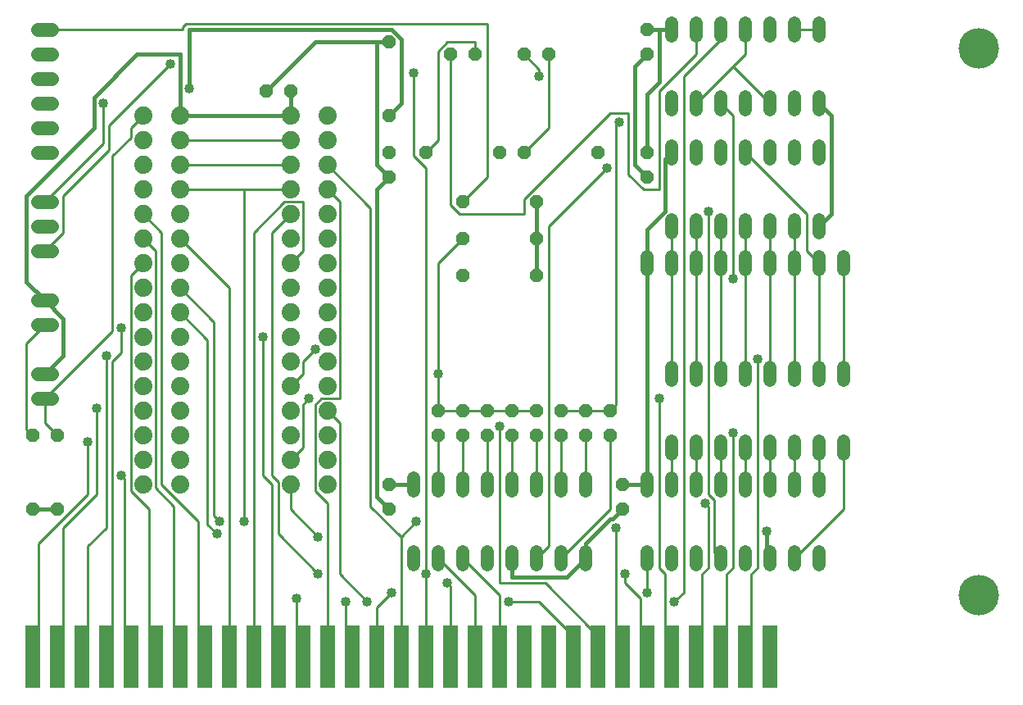
<source format=gtl>
G75*
%MOIN*%
%OFA0B0*%
%FSLAX24Y24*%
%IPPOS*%
%LPD*%
%AMOC8*
5,1,8,0,0,1.08239X$1,22.5*
%
%ADD10R,0.0600X0.2550*%
%ADD11OC8,0.0520*%
%ADD12C,0.1650*%
%ADD13C,0.0740*%
%ADD14C,0.0520*%
%ADD15OC8,0.0560*%
%ADD16C,0.0560*%
%ADD17C,0.0100*%
%ADD18C,0.0400*%
%ADD19C,0.0160*%
D10*
X002180Y001900D03*
X003180Y001900D03*
X004180Y001900D03*
X005180Y001900D03*
X006180Y001900D03*
X007180Y001900D03*
X008180Y001900D03*
X009180Y001900D03*
X010180Y001900D03*
X011180Y001900D03*
X012180Y001900D03*
X013180Y001900D03*
X014180Y001900D03*
X015180Y001900D03*
X016180Y001900D03*
X017180Y001900D03*
X018180Y001900D03*
X019180Y001900D03*
X020180Y001900D03*
X021180Y001900D03*
X022180Y001900D03*
X023180Y001900D03*
X024180Y001900D03*
X025180Y001900D03*
X026180Y001900D03*
X027180Y001900D03*
X028180Y001900D03*
X029180Y001900D03*
X030180Y001900D03*
X031180Y001900D03*
X032180Y001900D03*
D11*
X026180Y007900D03*
X026180Y008900D03*
X016680Y008900D03*
X016680Y007900D03*
X019680Y017400D03*
X019680Y018900D03*
X019680Y020400D03*
X018180Y022400D03*
X016680Y022400D03*
X016680Y021400D03*
X016680Y023900D03*
X019180Y026400D03*
X020180Y026400D03*
X022180Y026400D03*
X023180Y026400D03*
X027180Y026400D03*
X027180Y027400D03*
X027180Y022400D03*
X027180Y021400D03*
X025180Y022400D03*
X022680Y020400D03*
X022680Y018900D03*
X022680Y017400D03*
X022180Y022400D03*
X021180Y022400D03*
X016680Y026900D03*
X012680Y024900D03*
X011680Y024900D03*
X003180Y010900D03*
X002180Y010900D03*
X002180Y007900D03*
X003180Y007900D03*
D12*
X040680Y004400D03*
X040680Y026650D03*
D13*
X014180Y023900D03*
X014180Y022900D03*
X014180Y021900D03*
X014180Y020900D03*
X014180Y019900D03*
X014180Y018900D03*
X014180Y017900D03*
X014180Y016900D03*
X014180Y015900D03*
X014180Y014900D03*
X014180Y013900D03*
X014180Y012900D03*
X014180Y011900D03*
X014180Y010900D03*
X014180Y009900D03*
X014180Y008900D03*
X012680Y008900D03*
X012680Y009900D03*
X012680Y010900D03*
X012680Y011900D03*
X012680Y012900D03*
X012680Y013900D03*
X012680Y014900D03*
X012680Y015900D03*
X012680Y016900D03*
X012680Y017900D03*
X012680Y018900D03*
X012680Y019900D03*
X012680Y020900D03*
X012680Y021900D03*
X012680Y022900D03*
X012680Y023900D03*
X008180Y023900D03*
X008180Y022900D03*
X008180Y021900D03*
X008180Y020900D03*
X008180Y019900D03*
X008180Y018900D03*
X008180Y017900D03*
X008180Y016900D03*
X008180Y015900D03*
X008180Y014900D03*
X008180Y013900D03*
X008180Y012900D03*
X008180Y011900D03*
X008180Y010900D03*
X008180Y009900D03*
X008180Y008900D03*
X006680Y008900D03*
X006680Y009900D03*
X006680Y010900D03*
X006680Y011900D03*
X006680Y012900D03*
X006680Y013900D03*
X006680Y014900D03*
X006680Y015900D03*
X006680Y016900D03*
X006680Y017900D03*
X006680Y018900D03*
X006680Y019900D03*
X006680Y020900D03*
X006680Y021900D03*
X006680Y022900D03*
X006680Y023900D03*
D14*
X017680Y009160D02*
X017680Y008640D01*
X018680Y008640D02*
X018680Y009160D01*
X019680Y009160D02*
X019680Y008640D01*
X020680Y008640D02*
X020680Y009160D01*
X021680Y009160D02*
X021680Y008640D01*
X022680Y008640D02*
X022680Y009160D01*
X023680Y009160D02*
X023680Y008640D01*
X024680Y008640D02*
X024680Y009160D01*
X027180Y009160D02*
X027180Y008640D01*
X028180Y008640D02*
X028180Y009160D01*
X028180Y010140D02*
X028180Y010660D01*
X029180Y010660D02*
X029180Y010140D01*
X030180Y010140D02*
X030180Y010660D01*
X031180Y010660D02*
X031180Y010140D01*
X031180Y009160D02*
X031180Y008640D01*
X030180Y008640D02*
X030180Y009160D01*
X029180Y009160D02*
X029180Y008640D01*
X029180Y006160D02*
X029180Y005640D01*
X030180Y005640D02*
X030180Y006160D01*
X031180Y006160D02*
X031180Y005640D01*
X032180Y005640D02*
X032180Y006160D01*
X033180Y006160D02*
X033180Y005640D01*
X034180Y005640D02*
X034180Y006160D01*
X034180Y008640D02*
X034180Y009160D01*
X033180Y009160D02*
X033180Y008640D01*
X032180Y008640D02*
X032180Y009160D01*
X032180Y010140D02*
X032180Y010660D01*
X033180Y010660D02*
X033180Y010140D01*
X034180Y010140D02*
X034180Y010660D01*
X035180Y010660D02*
X035180Y010140D01*
X035180Y013140D02*
X035180Y013660D01*
X034180Y013660D02*
X034180Y013140D01*
X033180Y013140D02*
X033180Y013660D01*
X032180Y013660D02*
X032180Y013140D01*
X031180Y013140D02*
X031180Y013660D01*
X030180Y013660D02*
X030180Y013140D01*
X029180Y013140D02*
X029180Y013660D01*
X028180Y013660D02*
X028180Y013140D01*
X028180Y017640D02*
X028180Y018160D01*
X027180Y018160D02*
X027180Y017640D01*
X028180Y019140D02*
X028180Y019660D01*
X029180Y019660D02*
X029180Y019140D01*
X030180Y019140D02*
X030180Y019660D01*
X031180Y019660D02*
X031180Y019140D01*
X031180Y018160D02*
X031180Y017640D01*
X030180Y017640D02*
X030180Y018160D01*
X029180Y018160D02*
X029180Y017640D01*
X032180Y017640D02*
X032180Y018160D01*
X033180Y018160D02*
X033180Y017640D01*
X034180Y017640D02*
X034180Y018160D01*
X034180Y019140D02*
X034180Y019660D01*
X033180Y019660D02*
X033180Y019140D01*
X032180Y019140D02*
X032180Y019660D01*
X032180Y022140D02*
X032180Y022660D01*
X033180Y022660D02*
X033180Y022140D01*
X034180Y022140D02*
X034180Y022660D01*
X034180Y024140D02*
X034180Y024660D01*
X033180Y024660D02*
X033180Y024140D01*
X032180Y024140D02*
X032180Y024660D01*
X031180Y024660D02*
X031180Y024140D01*
X030180Y024140D02*
X030180Y024660D01*
X029180Y024660D02*
X029180Y024140D01*
X028180Y024140D02*
X028180Y024660D01*
X028180Y022660D02*
X028180Y022140D01*
X029180Y022140D02*
X029180Y022660D01*
X030180Y022660D02*
X030180Y022140D01*
X031180Y022140D02*
X031180Y022660D01*
X031180Y027140D02*
X031180Y027660D01*
X030180Y027660D02*
X030180Y027140D01*
X029180Y027140D02*
X029180Y027660D01*
X028180Y027660D02*
X028180Y027140D01*
X032180Y027140D02*
X032180Y027660D01*
X033180Y027660D02*
X033180Y027140D01*
X034180Y027140D02*
X034180Y027660D01*
X035180Y018160D02*
X035180Y017640D01*
X028180Y006160D02*
X028180Y005640D01*
X027180Y005640D02*
X027180Y006160D01*
X024680Y006160D02*
X024680Y005640D01*
X023680Y005640D02*
X023680Y006160D01*
X022680Y006160D02*
X022680Y005640D01*
X021680Y005640D02*
X021680Y006160D01*
X020680Y006160D02*
X020680Y005640D01*
X019680Y005640D02*
X019680Y006160D01*
X018680Y006160D02*
X018680Y005640D01*
X017680Y005640D02*
X017680Y006160D01*
D15*
X018680Y010900D03*
X019680Y010900D03*
X019680Y011900D03*
X018680Y011900D03*
X020680Y011900D03*
X021680Y011900D03*
X022680Y011900D03*
X022680Y010900D03*
X021680Y010900D03*
X020680Y010900D03*
X023680Y010900D03*
X024680Y010900D03*
X025680Y010900D03*
X025680Y011900D03*
X024680Y011900D03*
X023680Y011900D03*
D16*
X002960Y012400D02*
X002400Y012400D01*
X002400Y013400D02*
X002960Y013400D01*
X002960Y015400D02*
X002400Y015400D01*
X002400Y016400D02*
X002960Y016400D01*
X002960Y018400D02*
X002400Y018400D01*
X002400Y019400D02*
X002960Y019400D01*
X002960Y020400D02*
X002400Y020400D01*
X002400Y022400D02*
X002960Y022400D01*
X002960Y023400D02*
X002400Y023400D01*
X002400Y024400D02*
X002960Y024400D01*
X002960Y025400D02*
X002400Y025400D01*
X002400Y026400D02*
X002960Y026400D01*
X002960Y027400D02*
X002400Y027400D01*
D17*
X002680Y027400D02*
X008305Y027400D01*
X008305Y027525D01*
X008430Y027650D01*
X020680Y027650D01*
X020680Y021400D01*
X019680Y020400D01*
X019555Y019900D02*
X022180Y019900D01*
X022180Y020525D01*
X025680Y024025D01*
X026430Y024025D01*
X026430Y021525D01*
X027055Y020900D01*
X027680Y020900D01*
X027680Y024900D01*
X029180Y026400D01*
X029180Y027400D01*
X030180Y027400D02*
X030180Y027025D01*
X028680Y025525D01*
X028680Y004525D01*
X028305Y004150D01*
X027930Y005275D02*
X027680Y005525D01*
X027680Y012400D01*
X028180Y013400D02*
X028180Y017900D01*
X028180Y019400D01*
X029180Y019400D02*
X029180Y017900D01*
X029180Y013400D01*
X030180Y013400D02*
X030180Y017900D01*
X030180Y019400D01*
X029680Y020025D02*
X029680Y008525D01*
X029930Y008275D01*
X029930Y006150D01*
X030180Y005900D01*
X029680Y005525D02*
X029680Y008025D01*
X029555Y008150D01*
X029180Y008900D02*
X029180Y010400D01*
X030180Y010400D02*
X030180Y008900D01*
X031180Y008900D02*
X031180Y010400D01*
X030680Y011025D02*
X030680Y005525D01*
X030430Y005275D01*
X030430Y002150D01*
X030180Y001900D01*
X029430Y002150D02*
X029180Y001900D01*
X029430Y002150D02*
X029430Y005275D01*
X029680Y005525D01*
X027930Y005275D02*
X027930Y002150D01*
X028180Y001900D01*
X027180Y001900D02*
X026930Y002150D01*
X026930Y004275D01*
X026305Y004900D01*
X026305Y005275D01*
X027180Y005900D02*
X027180Y004525D01*
X024930Y003025D02*
X023055Y004900D01*
X021180Y004900D01*
X021180Y011275D01*
X020680Y010900D02*
X020680Y008900D01*
X021680Y008900D02*
X021680Y010900D01*
X022680Y010900D02*
X022680Y008900D01*
X023680Y008900D02*
X023680Y010900D01*
X024680Y010900D02*
X024680Y008900D01*
X025680Y007900D02*
X025680Y010900D01*
X025680Y011900D02*
X024680Y011900D01*
X023680Y011900D01*
X022680Y011900D02*
X021680Y011900D01*
X020680Y011900D01*
X019680Y011900D01*
X018680Y011900D01*
X018680Y013400D01*
X018680Y017900D01*
X019680Y018900D01*
X019555Y019900D02*
X019180Y020275D01*
X019180Y026400D01*
X019055Y026900D02*
X018680Y026525D01*
X018680Y022900D01*
X018180Y022400D01*
X017680Y022275D02*
X017680Y025650D01*
X019055Y026900D02*
X020180Y026900D01*
X020180Y026400D01*
X022180Y026400D02*
X022805Y025775D01*
X022805Y025525D01*
X023180Y026400D02*
X023180Y023400D01*
X022180Y022400D01*
X023180Y019400D02*
X025555Y021775D01*
X025930Y023525D02*
X025930Y012150D01*
X025680Y011900D01*
X028180Y010400D02*
X028180Y008900D01*
X025930Y007150D02*
X025930Y002150D01*
X026180Y001900D01*
X025180Y001900D02*
X024930Y002150D01*
X024930Y003025D01*
X023930Y003025D02*
X023930Y002150D01*
X024180Y001900D01*
X023930Y003025D02*
X022805Y004150D01*
X021555Y004150D01*
X021180Y004400D02*
X021180Y001900D01*
X020180Y001900D02*
X020180Y004400D01*
X018680Y005900D01*
X018180Y005275D02*
X018180Y021775D01*
X017680Y022275D01*
X015930Y020150D02*
X015930Y008025D01*
X017180Y006775D01*
X017180Y001900D01*
X018180Y001900D02*
X018180Y005275D01*
X019055Y004900D02*
X019180Y004775D01*
X019180Y001900D01*
X016180Y001900D02*
X016180Y003900D01*
X016805Y004525D01*
X015805Y004150D02*
X014680Y005275D01*
X014680Y011400D01*
X014180Y011900D01*
X013930Y012400D02*
X014680Y012400D01*
X014680Y020400D01*
X014180Y020900D01*
X014180Y021900D02*
X015930Y020150D01*
X013180Y020400D02*
X013180Y018400D01*
X012680Y017900D01*
X011930Y019150D02*
X012680Y019900D01*
X012430Y020400D02*
X013180Y020400D01*
X012430Y020400D02*
X011180Y019150D01*
X011180Y001900D01*
X011930Y002150D02*
X011930Y008900D01*
X011555Y009275D01*
X011555Y014900D01*
X013180Y013900D02*
X013180Y013400D01*
X012680Y012900D01*
X013180Y012150D02*
X013180Y010400D01*
X012680Y009900D01*
X011930Y009275D02*
X011930Y019150D01*
X012680Y020900D02*
X010805Y020900D01*
X010805Y007400D01*
X009805Y007400D02*
X009555Y007650D01*
X009555Y015525D01*
X008180Y016900D01*
X008180Y015900D02*
X009305Y014775D01*
X009305Y007275D01*
X009680Y006900D01*
X008930Y007400D02*
X007430Y008900D01*
X007430Y019150D01*
X006680Y019900D01*
X006680Y018900D02*
X007180Y018400D01*
X007180Y008775D01*
X007930Y008025D01*
X007930Y002150D01*
X008180Y001900D01*
X008930Y002150D02*
X008930Y007400D01*
X006930Y007900D02*
X006180Y008650D01*
X006180Y017400D01*
X006680Y017900D01*
X008180Y018900D02*
X010180Y016900D01*
X010180Y001900D01*
X009180Y001900D02*
X008930Y002150D01*
X007180Y001900D02*
X006930Y002150D01*
X006930Y007900D01*
X005930Y009150D02*
X005805Y009275D01*
X005930Y009150D02*
X005930Y002150D01*
X006180Y001900D01*
X005430Y002150D02*
X005180Y001900D01*
X005430Y002150D02*
X005430Y013900D01*
X005805Y014275D01*
X005805Y015275D01*
X005430Y015150D02*
X005430Y022275D01*
X006180Y023025D01*
X006180Y023400D01*
X006680Y023900D01*
X005305Y023525D02*
X005305Y022525D01*
X003430Y020650D01*
X003430Y019150D01*
X002680Y018400D01*
X002680Y020400D02*
X005055Y022775D01*
X005055Y024400D01*
X005305Y023525D02*
X007805Y026025D01*
X008180Y022900D02*
X012680Y022900D01*
X012680Y021900D02*
X008180Y021900D01*
X008180Y020900D02*
X010805Y020900D01*
X005430Y015150D02*
X002680Y012400D01*
X002680Y011400D01*
X003180Y010900D01*
X002180Y010900D02*
X001930Y011150D01*
X001930Y014650D01*
X002680Y015400D01*
X005180Y014150D02*
X005180Y007150D01*
X004430Y006400D01*
X004430Y002150D01*
X004180Y001900D01*
X003430Y002150D02*
X003430Y007150D01*
X004805Y008525D01*
X004805Y012025D01*
X004430Y010650D02*
X004430Y008525D01*
X002430Y006525D01*
X002430Y002150D01*
X002180Y001900D01*
X003180Y001900D02*
X003430Y002150D01*
X011930Y002150D02*
X012180Y001900D01*
X012930Y002150D02*
X013180Y001900D01*
X012930Y002150D02*
X012930Y004275D01*
X013805Y005275D02*
X012180Y006900D01*
X012180Y009025D01*
X011930Y009275D01*
X012680Y008900D02*
X012680Y007900D01*
X013805Y006775D01*
X014180Y008150D02*
X013680Y008650D01*
X013680Y012150D01*
X013930Y012400D01*
X013430Y012400D02*
X013180Y012150D01*
X013180Y013900D02*
X013680Y014400D01*
X018680Y010900D02*
X018680Y008900D01*
X019680Y008900D02*
X019680Y010900D01*
X017805Y007400D02*
X017180Y006775D01*
X019680Y005900D02*
X021180Y004400D01*
X022680Y005900D02*
X023180Y006400D01*
X023180Y019400D01*
X025930Y023525D02*
X026055Y023650D01*
X029180Y024400D02*
X030680Y025900D01*
X032180Y024400D01*
X030680Y023900D02*
X030680Y017275D01*
X031180Y017900D02*
X031180Y019400D01*
X032180Y019400D02*
X032180Y017900D01*
X032180Y013400D01*
X031680Y014025D02*
X031680Y005525D01*
X031430Y005275D01*
X031430Y002150D01*
X031180Y001900D01*
X033180Y005900D02*
X035180Y007900D01*
X035180Y010400D01*
X034180Y010400D02*
X034180Y008900D01*
X033180Y008900D02*
X033180Y010400D01*
X032180Y010400D02*
X032180Y008900D01*
X031180Y013400D02*
X031180Y017900D01*
X033180Y017900D02*
X033180Y019400D01*
X033680Y019900D02*
X033680Y018400D01*
X034180Y017900D01*
X034180Y013400D01*
X033180Y013400D02*
X033180Y017900D01*
X035180Y017900D02*
X035180Y013400D01*
X033680Y019900D02*
X031180Y022400D01*
X030680Y023900D02*
X030180Y024400D01*
X030680Y025900D02*
X031180Y026400D01*
X031180Y027400D01*
X033180Y027400D02*
X034180Y027400D01*
X014180Y008150D02*
X014180Y001900D01*
X014930Y002150D02*
X014930Y004150D01*
X014930Y002150D02*
X015180Y001900D01*
X023680Y005900D02*
X025680Y007900D01*
D18*
X025930Y007150D03*
X026305Y005275D03*
X027180Y004525D03*
X028305Y004150D03*
X032055Y007025D03*
X029555Y008150D03*
X030680Y011025D03*
X027680Y012400D03*
X031680Y014025D03*
X030680Y017275D03*
X029680Y020025D03*
X025555Y021775D03*
X026055Y023650D03*
X022805Y025525D03*
X017680Y025650D03*
X008555Y025025D03*
X007805Y026025D03*
X005055Y024400D03*
X005805Y015275D03*
X005180Y014150D03*
X004805Y012025D03*
X004430Y010650D03*
X005805Y009275D03*
X009805Y007400D03*
X009680Y006900D03*
X010805Y007400D03*
X013805Y006775D03*
X013805Y005275D03*
X012930Y004275D03*
X014930Y004150D03*
X015805Y004150D03*
X016805Y004525D03*
X018180Y005275D03*
X019055Y004900D03*
X021555Y004150D03*
X017805Y007400D03*
X021180Y011275D03*
X018680Y013400D03*
X013680Y014400D03*
X011555Y014900D03*
X013430Y012400D03*
D19*
X016680Y008900D02*
X017680Y008900D01*
X016680Y007900D02*
X016180Y008400D01*
X016180Y020900D01*
X016680Y021400D01*
X016180Y021900D01*
X016180Y026900D01*
X013680Y026900D01*
X011680Y024900D01*
X012680Y024900D02*
X012680Y023900D01*
X008180Y023900D01*
X008180Y026400D01*
X006430Y026400D01*
X004680Y024650D01*
X004680Y023400D01*
X001930Y020650D01*
X001930Y017150D01*
X002680Y016400D01*
X003430Y015650D01*
X003430Y014150D01*
X002680Y013400D01*
X003180Y007900D02*
X002180Y007900D01*
X021680Y005900D02*
X021680Y005150D01*
X023930Y005150D01*
X024680Y005900D01*
X024680Y006525D01*
X025680Y007525D01*
X025805Y007525D01*
X026180Y007900D01*
X026180Y008900D02*
X027180Y008900D01*
X027180Y017900D01*
X027180Y019275D01*
X027930Y020025D01*
X027930Y022150D01*
X028180Y022400D01*
X027180Y022400D02*
X027180Y024775D01*
X027680Y025275D01*
X027680Y027400D01*
X027180Y027400D01*
X027680Y027400D02*
X028180Y027400D01*
X027180Y026400D02*
X026680Y025900D01*
X026680Y021900D01*
X027180Y021400D01*
X022680Y020400D02*
X022680Y018900D01*
X022680Y017400D01*
X016680Y023900D02*
X017180Y024400D01*
X017180Y027025D01*
X016805Y027400D01*
X008555Y027400D01*
X008555Y025025D01*
X016180Y026900D02*
X016680Y026900D01*
X034180Y024400D02*
X034680Y023900D01*
X034680Y019900D01*
X034180Y019400D01*
X032055Y007025D02*
X032055Y006025D01*
X032180Y005900D01*
M02*

</source>
